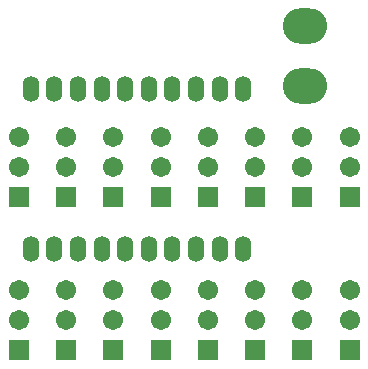
<source format=gbs>
G04 Layer_Color=16711935*
%FSLAX44Y44*%
%MOMM*%
G71*
G01*
G75*
%ADD18O,1.4032X2.2032*%
%ADD19O,3.7592X2.9972*%
%ADD20C,1.7032*%
%ADD21R,1.7032X1.7032*%
D18*
X25000Y-115000D02*
D03*
X45000D02*
D03*
X65000D02*
D03*
X85000D02*
D03*
X105000D02*
D03*
X125000D02*
D03*
X145000D02*
D03*
X165000D02*
D03*
X185000D02*
D03*
X205000D02*
D03*
X25000Y20000D02*
D03*
X45000D02*
D03*
X65000D02*
D03*
X85000D02*
D03*
X105000D02*
D03*
X125000D02*
D03*
X145000D02*
D03*
X165000D02*
D03*
X185000D02*
D03*
X205000D02*
D03*
D19*
X257500Y73300D02*
D03*
Y22500D02*
D03*
D20*
X15000Y-20000D02*
D03*
Y-45400D02*
D03*
X55000Y-20000D02*
D03*
Y-45400D02*
D03*
X95000Y-20000D02*
D03*
Y-45400D02*
D03*
X135000Y-20000D02*
D03*
Y-45400D02*
D03*
X175000Y-20000D02*
D03*
Y-45400D02*
D03*
X95000Y-150000D02*
D03*
Y-175400D02*
D03*
X215000Y-20000D02*
D03*
Y-45400D02*
D03*
X135000Y-150000D02*
D03*
Y-175400D02*
D03*
X255000Y-20000D02*
D03*
Y-45400D02*
D03*
X175000Y-150000D02*
D03*
Y-175400D02*
D03*
X295000Y-20000D02*
D03*
Y-45400D02*
D03*
X215000Y-150000D02*
D03*
Y-175400D02*
D03*
X15000Y-150000D02*
D03*
Y-175400D02*
D03*
X255000Y-150000D02*
D03*
Y-175400D02*
D03*
X55000Y-150000D02*
D03*
Y-175400D02*
D03*
X295000Y-150000D02*
D03*
Y-175400D02*
D03*
D21*
X15000Y-70800D02*
D03*
X55000D02*
D03*
X95000D02*
D03*
X135000D02*
D03*
X175000D02*
D03*
X95000Y-200800D02*
D03*
X215000Y-70800D02*
D03*
X135000Y-200800D02*
D03*
X255000Y-70800D02*
D03*
X175000Y-200800D02*
D03*
X295000Y-70800D02*
D03*
X215000Y-200800D02*
D03*
X15000D02*
D03*
X255000D02*
D03*
X55000D02*
D03*
X295000D02*
D03*
M02*

</source>
